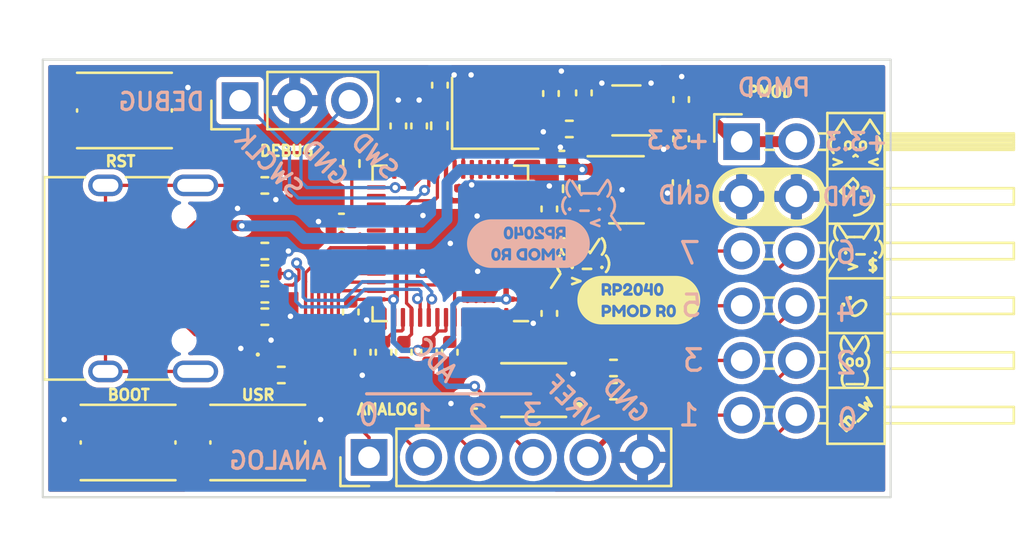
<source format=kicad_pcb>
(kicad_pcb (version 20211014) (generator pcbnew)

  (general
    (thickness 1.6)
  )

  (paper "A4")
  (layers
    (0 "F.Cu" signal)
    (31 "B.Cu" signal)
    (32 "B.Adhes" user "B.Adhesive")
    (33 "F.Adhes" user "F.Adhesive")
    (34 "B.Paste" user)
    (35 "F.Paste" user)
    (36 "B.SilkS" user "B.Silkscreen")
    (37 "F.SilkS" user "F.Silkscreen")
    (38 "B.Mask" user)
    (39 "F.Mask" user)
    (40 "Dwgs.User" user "User.Drawings")
    (41 "Cmts.User" user "User.Comments")
    (42 "Eco1.User" user "User.Eco1")
    (43 "Eco2.User" user "User.Eco2")
    (44 "Edge.Cuts" user)
    (45 "Margin" user)
    (46 "B.CrtYd" user "B.Courtyard")
    (47 "F.CrtYd" user "F.Courtyard")
    (48 "B.Fab" user)
    (49 "F.Fab" user)
    (50 "User.1" user)
    (51 "User.2" user)
    (52 "User.3" user)
    (53 "User.4" user)
    (54 "User.5" user)
    (55 "User.6" user)
    (56 "User.7" user)
    (57 "User.8" user)
    (58 "User.9" user)
  )

  (setup
    (stackup
      (layer "F.SilkS" (type "Top Silk Screen"))
      (layer "F.Paste" (type "Top Solder Paste"))
      (layer "F.Mask" (type "Top Solder Mask") (thickness 0.01))
      (layer "F.Cu" (type "copper") (thickness 0.035))
      (layer "dielectric 1" (type "core") (thickness 1.51) (material "FR4") (epsilon_r 4.5) (loss_tangent 0.02))
      (layer "B.Cu" (type "copper") (thickness 0.035))
      (layer "B.Mask" (type "Bottom Solder Mask") (thickness 0.01))
      (layer "B.Paste" (type "Bottom Solder Paste"))
      (layer "B.SilkS" (type "Bottom Silk Screen"))
      (copper_finish "None")
      (dielectric_constraints no)
    )
    (pad_to_mask_clearance 0)
    (pcbplotparams
      (layerselection 0x00010fc_ffffffff)
      (disableapertmacros false)
      (usegerberextensions false)
      (usegerberattributes true)
      (usegerberadvancedattributes true)
      (creategerberjobfile true)
      (svguseinch false)
      (svgprecision 6)
      (excludeedgelayer true)
      (plotframeref false)
      (viasonmask false)
      (mode 1)
      (useauxorigin false)
      (hpglpennumber 1)
      (hpglpenspeed 20)
      (hpglpendiameter 15.000000)
      (dxfpolygonmode true)
      (dxfimperialunits true)
      (dxfusepcbnewfont true)
      (psnegative false)
      (psa4output false)
      (plotreference true)
      (plotvalue true)
      (plotinvisibletext false)
      (sketchpadsonfab false)
      (subtractmaskfromsilk false)
      (outputformat 1)
      (mirror false)
      (drillshape 1)
      (scaleselection 1)
      (outputdirectory "")
    )
  )

  (net 0 "")
  (net 1 "GND")
  (net 2 "VBUS")
  (net 3 "Net-(J1-PadA5)")
  (net 4 "Net-(J1-PadA6)")
  (net 5 "Net-(J1-PadA7)")
  (net 6 "unconnected-(J1-PadA8)")
  (net 7 "Net-(J1-PadB5)")
  (net 8 "unconnected-(J1-PadB8)")
  (net 9 "Net-(J1-PadS1)")
  (net 10 "+3.3VP")
  (net 11 "/GPIO0")
  (net 12 "/GPIO1")
  (net 13 "/GPIO2")
  (net 14 "/GPIO3")
  (net 15 "/GPIO4")
  (net 16 "/GPIO5")
  (net 17 "/GPIO6")
  (net 18 "/GPIO7")
  (net 19 "/QSPI_SS")
  (net 20 "/QSPI_SD1")
  (net 21 "/QSPI_SD2")
  (net 22 "/QSPI_SD0")
  (net 23 "/QSPI_SCLK")
  (net 24 "/QSPI_SD3")
  (net 25 "+3.3V")
  (net 26 "Net-(R6-Pad2)")
  (net 27 "unconnected-(U2-Pad4)")
  (net 28 "+3.3VA")
  (net 29 "unconnected-(U3-Pad8)")
  (net 30 "unconnected-(U4-Pad11)")
  (net 31 "unconnected-(U4-Pad12)")
  (net 32 "unconnected-(U4-Pad13)")
  (net 33 "unconnected-(U4-Pad14)")
  (net 34 "unconnected-(U4-Pad16)")
  (net 35 "unconnected-(U4-Pad17)")
  (net 36 "unconnected-(U4-Pad18)")
  (net 37 "Net-(C5-Pad2)")
  (net 38 "Net-(R10-Pad2)")
  (net 39 "+1V1")
  (net 40 "Net-(R9-Pad2)")
  (net 41 "unconnected-(U4-Pad27)")
  (net 42 "unconnected-(U4-Pad28)")
  (net 43 "unconnected-(U4-Pad29)")
  (net 44 "unconnected-(U4-Pad30)")
  (net 45 "unconnected-(U4-Pad31)")
  (net 46 "unconnected-(U4-Pad32)")
  (net 47 "unconnected-(U4-Pad34)")
  (net 48 "unconnected-(U4-Pad35)")
  (net 49 "Net-(SW2-Pad1)")
  (net 50 "Net-(R11-Pad2)")
  (net 51 "/USB_D_N")
  (net 52 "/USB_D_P")
  (net 53 "Net-(C6-Pad2)")
  (net 54 "Net-(D1-Pad2)")
  (net 55 "Net-(R2-Pad1)")
  (net 56 "/SWCLK")
  (net 57 "/SWD")
  (net 58 "/ADC0")
  (net 59 "/ADC1")
  (net 60 "/ADC2")
  (net 61 "/ADC3")
  (net 62 "Net-(U4-Pad15)")

  (footprint "Capacitor_SMD:C_0402_1005Metric" (layer "F.Cu") (at 156.6418 84.963 90))

  (footprint "Resistor_SMD:R_0402_1005Metric" (layer "F.Cu") (at 138.075 95.925))

  (footprint "Capacitor_SMD:C_0402_1005Metric" (layer "F.Cu") (at 143.764 94.869 90))

  (footprint "Capacitor_SMD:C_0402_1005Metric" (layer "F.Cu") (at 150.5204 93.0656 90))

  (footprint "Capacitor_SMD:C_0402_1005Metric" (layer "F.Cu") (at 156.6164 86.995 90))

  (footprint "Connector_USB:USB_C_Receptacle_HRO_TYPE-C-31-M-12" (layer "F.Cu") (at 130.9612 91.44 -90))

  (footprint "Capacitor_SMD:C_0402_1005Metric" (layer "F.Cu") (at 147.0446 97.1246 180))

  (footprint "Capacitor_SMD:C_0402_1005Metric" (layer "F.Cu") (at 144.9324 94.8716 90))

  (footprint "Resistor_SMD:R_0402_1005Metric" (layer "F.Cu") (at 151.45 84.5))

  (footprint "Resistor_SMD:R_0402_1005Metric" (layer "F.Cu") (at 141.3256 86.106 90))

  (footprint "Connector_PinHeader_2.54mm:PinHeader_2x06_P2.54mm_Horizontal" (layer "F.Cu") (at 159.45 85.09))

  (footprint "Capacitor_SMD:C_0402_1005Metric" (layer "F.Cu") (at 145.8976 94.869 90))

  (footprint "Resistor_SMD:R_0402_1005Metric" (layer "F.Cu") (at 153.5 95.6))

  (footprint "Button_Switch_SMD:SW_Push_1P1T_NO_Vertical_Wuerth_434133025816" (layer "F.Cu") (at 130.792 83.6422))

  (footprint "Connector_PinHeader_2.54mm:PinHeader_1x06_P2.54mm_Vertical" (layer "F.Cu") (at 142.15 99.75 90))

  (footprint "Capacitor_SMD:C_0402_1005Metric" (layer "F.Cu") (at 142.8242 94.869 90))

  (footprint "Capacitor_SMD:C_0402_1005Metric" (layer "F.Cu") (at 141.3 93 90))

  (footprint "Capacitor_SMD:C_0402_1005Metric" (layer "F.Cu") (at 150.5966 82.8548 -90))

  (footprint "LED_SMD:LED_0402_1005Metric" (layer "F.Cu") (at 138.075 94.975))

  (footprint "Capacitor_SMD:C_0402_1005Metric" (layer "F.Cu") (at 144.4752 84.3604 -90))

  (footprint "Resistor_SMD:R_0402_1005Metric" (layer "F.Cu") (at 145.415 84.3534 -90))

  (footprint "Resistor_SMD:R_0402_1005Metric" (layer "F.Cu") (at 137.3112 87.122))

  (footprint "Capacitor_SMD:C_0402_1005Metric" (layer "F.Cu") (at 151.1046 85.8774))

  (footprint "Resistor_SMD:R_0402_1005Metric" (layer "F.Cu") (at 137.3112 90.17))

  (footprint "Resistor_SMD:R_0402_1005Metric" (layer "F.Cu") (at 153.5 96.675 180))

  (footprint "Resistor_SMD:R_0402_1005Metric" (layer "F.Cu") (at 151.5364 87.2744 -90))

  (footprint "Capacitor_SMD:C_0402_1005Metric" (layer "F.Cu") (at 140.8684 88.7984))

  (footprint "Connector_PinHeader_2.54mm:PinHeader_1x03_P2.54mm_Vertical" (layer "F.Cu") (at 136.159 83.185 90))

  (footprint "Package_TO_SOT_SMD:SOT-23-5" (layer "F.Cu") (at 154.1018 87.3252))

  (footprint "rp2040-pmod:USON-8_2x3" (layer "F.Cu") (at 149.795 96.625 180))

  (footprint "Capacitor_SMD:C_0402_1005Metric" (layer "F.Cu") (at 156.6418 83.1342 -90))

  (footprint "Resistor_SMD:R_0402_1005Metric" (layer "F.Cu") (at 137.3124 91.2114))

  (footprint "Package_DFN_QFN:QFN-56-1EP_7x7mm_P0.4mm_EP3.2x3.2mm" (layer "F.Cu") (at 145.923 89.8144 180))

  (footprint "Resistor_SMD:R_0402_1005Metric" (layer "F.Cu") (at 137.3124 92.1766))

  (footprint "Capacitor_SMD:C_0402_1005Metric" (layer "F.Cu") (at 141.859 94.869 90))

  (footprint "Capacitor_SMD:C_0402_1005Metric" (layer "F.Cu") (at 152.125 82.825 -90))

  (footprint "Capacitor_SMD:C_0402_1005Metric" (layer "F.Cu") (at 145.4404 82.469 -90))

  (footprint "rp2040-pmod:SOT-5x3" (layer "F.Cu") (at 154.1 83.64 180))

  (footprint "Crystal:Crystal_SMD_Abracon_ABM8G-4Pin_3.2x2.5mm" (layer "F.Cu") (at 148.0058 83.7692))

  (footprint "Capacitor_SMD:C_0402_1005Metric" (layer "F.Cu") (at 143.51 84.3604 -90))

  (footprint "Resistor_SMD:R_0402_1005Metric" (layer "F.Cu") (at 137.3112 93.218))

  (footprint "Button_Switch_SMD:SW_Push_1P1T_NO_Vertical_Wuerth_434133025816" (layer "F.Cu") (at 136.9822 99.06 180))

  (footprint "Button_Switch_SMD:SW_Push_1P1T_NO_Vertical_Wuerth_434133025816" (layer "F.Cu") (at 130.9612 99.06))

  (footprint "Capacitor_SMD:C_0402_1005Metric" (layer "F.Cu") (at 150.5204 88.2142 -90))

  (footprint "kibuzzard-6385637E" (layer "F.Cu")
    (tedit 6385637E) (tstamp fed962e6-4c11-41ad-933f-6a0484a22c92)
    (at 154.675 92.45)
    (descr "Converted using: scripting")
    (tags "svg2mod")
    (attr board_only exclude_from_pos_files exclude_from_bom)
    (fp_text reference "kibuzzard-6385637E" (at 0 -1.12808) (layer "F.SilkS") hide
      (effects (font (size 0.000254 0.000254) (thickness 0.000003)))
      (tstamp 23285c5a-7b12-49c4-b32b-ecfe8278cf8e)
    )
    (fp_text value "G***" (at 0 1.12808) (layer "F.SilkS") hide
      (effects (font (size 0.000254 0.000254) (thickness 0.000003)))
      (tstamp 23416e5d-9e80-4232-bc36-57f7ae89601a)
    )
    (fp_poly (pts
        (xy 0.270579 0.351092)
        (xy 0.195505 0.351092)
        (xy 0.195505 0.646695)
        (xy 0.271361 0.646695)
        (xy 0.324929 0.636236)
        (xy 0.373023 0.604857)
        (xy 0.407041 0.557643)
        (xy 0.418381 0.499675)
        (xy 0.407335 0.441513)
        (xy 0.374196 0.393712)
        (xy 0.3262 0.361747)
        (xy 0.270579 0.351092)
      ) (layer "F.SilkS") (width 0) (fill solid) (tstamp 20ec6350-74a5-4d42-b316-fcebf33d4f1f))
    (fp_poly (pts
        (xy 1.504606 0.657643)
        (xy 1.539846 0.648064)
        (xy 1.565017 0.619324)
        (xy 1.58012 0.571426)
        (xy 1.585154 0.504368)
        (xy 1.585154 0.499675)
        (xy 1.580169 0.430907)
        (xy 1.565212 0.381786)
        (xy 1.540286 0.352314)
        (xy 1.505388 0.342489)
        (xy 1.47049 0.352338)
        (xy 1.445563 0.381884)
        (xy 1.430607 0.431126)
        (xy 1.425622 0.500066)
        (xy 1.430558 0.569006)
        (xy 1.445368 0.618249)
        (xy 1.47005 0.647795)
        (xy 1.504606 0.657643)
      ) (layer "F.SilkS") (width 0) (fill solid) (tstamp 5066ec9a-19df-47c4-8835-fbd519c75492))
    (fp_poly (pts
        (xy -1.487401 0.351092)
        (xy -1.585154 0.351092)
        (xy -1.585154 0.489509)
        (xy -1.486619 0.489509)
        (xy -1.44048 0.472305)
        (xy -1.417802 0.420691)
        (xy -1.44048 0.368687)
        (xy -1.487401 0.351092)
      ) (layer "F.SilkS") (width 0) (fill solid) (tstamp 62832516-11f1-4f5c-b685-8f41c44bdcd7))
    (fp_poly (pts
        (xy -0.422291 0.500457)
        (xy -0.411049 0.563508)
        (xy -0.377324 0.613459)
        (xy -0.329719 0.646011)
        (xy -0.276835 0.656861)
        (xy -0.224049 0.646304)
        (xy -0.176736 0.614632)
        (xy -0.151972 0.583265)
        (xy -0.137114 0.545467)
        (xy -0.132161 0.501239)
        (xy -0.137158 0.456925)
        (xy -0.152146 0.418867)
        (xy -0.177127 0.387065)
        (xy -0.224733 0.354806)
        (xy -0.277617 0.344053)
        (xy -0.330403 0.354904)
        (xy -0.377715 0.387456)
        (xy -0.411147 0.437407)
        (xy -0.422291 0.500457)
      ) (layer "F.SilkS") (width 0) (fill solid) (tstamp 68c6af70-3963-40f7-a571-68a1083177e1))
    (fp_poly (pts
        (xy 0.924054 -0.336468)
        (xy 0.959822 -0.346191)
        (xy 0.985371 -0.375362)
        (xy 1.000701 -0.423979)
        (xy 1.00581 -0.492043)
        (xy 1.00581 -0.496805)
        (xy 1.00075 -0.566606)
        (xy 0.98557 -0.616463)
        (xy 0.960269 -0.646378)
        (xy 0.924848 -0.656349)
        (xy 0.889427 -0.646353)
        (xy 0.864126 -0.616364)
        (xy 0.848945 -0.566383)
        (xy 0.843885 -0.496409)
        (xy 0.848896 -0.426434)
        (xy 0.863928 -0.376453)
        (xy 0.88898 -0.346464)
        (xy 0.924054 -0.336468)
      ) (layer "F.SilkS") (width 0) (fill solid) (tstamp 7bcd2b39-3ed2-4d2c-8455-de5fcab07493))
    (fp_poly (pts
        (xy 0.943898 0.489509)
        (xy 1.043996 0.489509)
        (xy 1.089353 0.472305)
        (xy 1.112032 0.420691)
        (xy 1.089353 0.368687)
        (xy 1.042432 0.351092)
        (xy 0.943898 0.351092)
        (xy 0.943898 0.489509)
      ) (layer "F.SilkS") (width 0) (fill solid) (tstamp c81031fb-1f04-4fac-8d59-ac8a1a81a15c))
    (fp_poly (pts
        (xy -0.028446 -0.336468)
        (xy 0.007322 -0.346191)
        (xy 0.032871 -0.375362)
        (xy 0.048201 -0.423979)
        (xy 0.05331 -0.492043)
        (xy 0.05331 -0.496805)
        (xy 0.04825 -0.566606)
        (xy 0.03307 -0.616463)
        (xy 0.007769 -0.646378)
        (xy -0.027652 -0.656349)
        (xy -0.063073 -0.646353)
        (xy -0.088374 -0.616364)
        (xy -0.103555 -0.566383)
        (xy -0.108615 -0.496409)
        (xy -0.103604 -0.426434)
        (xy -0.088572 -0.376453)
        (xy -0.06352 -0.346464)
        (xy -0.028446 -0.336468)
      ) (layer "F.SilkS") (width 0) (fill solid) (tstamp d08ce24e-7717-4be5-87bb-ae091c6d4b8b))
    (fp_poly (pts
        (xy -1.582608 -0.507124)
        (xy -1.481008 -0.507124)
        (xy -1.434971 -0.524587)
        (xy -1.411952 -0.576974)
        (xy -1.434971 -0.629759)
        (xy -1.482596 -0.647618)
        (xy -1.582608 -0.647618)
        (xy -1.582608 -0.507124)
      ) (layer "F.SilkS") (width 0) (fill solid) (tstamp dab29796-d6b3-4d2d-805f-0b5d2109d9de))
    (fp_poly (pts
        (xy -1.723571 -1.127572)
        (xy -1.652458 -0.788112)
        (xy -1.481008 -0.788112)
        (xy -1.434883 -0.782467)
        (xy -1.389639 -0.765534)
        (xy -1.345277 -0.737312)
        (xy -1.316305 -0.70834)
        (xy -1.29289 -0.670637)
        (xy -1.277412 -0.626187)
        (xy -1.222246 -0.27773)
        (xy -1.222246 -0.718262)
        (xy -1.221055 -0.745646)
        (xy -1.213515 -0.76668)
        (xy -1.19248 -0.782754)
        (xy -1.151602 -0.788112)
        (xy -0.98174 -0.788112)
        (xy -0.935614 -0.782467)
        (xy -0.89037 -0.765534)
        (xy -0.846008 -0.737312)
        (xy -0.816441 -0.70834)
        (xy -0.792827 -0.670637)
        (xy -0.777349 -0.626187)
        (xy -0.77219 -0.576974)
        (xy -0.777349 -0.527861)
        (xy -0.792827 -0.483709)
        (xy -0.816441 -0.446303)
        (xy -0.846008 -0.41743)
        (xy -0.890458 -0.389208)
        (xy -0.935967 -0.372275)
        (xy -0.982533 -0.36663)
        (xy -1.081752 -0.36663)
        (xy -0.702737 -0.355121)
        (xy -0.669895 -0.388657)
        (xy -0.630902 -0.417034)
        (xy -0.588833 -0.442632)
        (xy -0.546765 -0.467834)
        (xy -0.507772 -0.494523)
        (xy -0.47493 -0.524587)
        (xy -0.452606 -0.557329)
        (xy -0.445165 -0.592055)
        (xy -0.450721 -0.612296)
        (xy -0.463024 -0.633727)
        (xy -0.484058 -0.649205)
        (xy -0.523746 -0.656349)
        (xy -0.567799 -0.637696)
        (xy -0.588833 -0.600787)
        (xy -0.592008 -0.58253)
        (xy -0.592008 -0.577768)
        (xy -0.593199 -0.551574)
        (xy -0.60074 -0.53173)
        (xy -0.622171 -0.517443)
        (xy -0.662652 -0.51268)
        (xy -0.706904 -0.520221)
        (xy -0.728533 -0.542843)
        (xy -0.732502 -0.583324)
        (xy -0.725932 -0.636461)
        (xy -0.70622 -0.685806)
        (xy -0.673368 -0.731359)
        (xy -0.629888 -0.767739)
        (xy -0.578294 -0.789567)
        (xy -0.518587 -0.796843)
        (xy -0.458835 -0.789479)
        (xy -0.407109 -0.767386)
        (xy -0.363408 -0.730565)
        (xy -0.330336 -0.684307)
        (xy -0.230455 -0.632537)
        (xy -0.210711 -0.682841)
        (xy -0.188783 -0.72104)
        (xy -0.161101 -0.750607)
        (xy -0.124093 -0.775015)
        (xy -0.079147 -0.791386)
        (xy -0.027652 -0.796843)
        (xy 0.023644 -0.791485)
        (xy 0.067995 -0.775412)
        (xy 0.104507 -0.751401)
        (xy 0.132288 -0.72223)
        (xy 0.153422 -0.687702)
        (xy 0.169992 -0.647618)
        (xy 0.183221 -0.599023)
        (xy 0.227935 -0.470612)
        (xy 0.293817 -0.736518)
        (xy 0.302151 -0.764299)
        (xy 0.316438 -0.782555)
        (xy 0.343823 -0.791287)
        (xy 0.380335 -0.78573)
        (xy 0.422007 -0.76549)
        (xy 0.435898 -0.73493)
        (xy 0.430342 -0.701593)
        (xy 0.429548 -0.699212)
        (xy 0.381129 -0.505537)
        (xy 0.51051 -0.505537)
        (xy 0.51051 -0.72223)
        (xy 0.511701 -0.749218)
        (xy 0.519242 -0.769062)
        (xy 0.54107 -0.78454)
        (xy 0.581551 -0.788905)
        (xy 0.621635 -0.783746)
        (xy 0.643067 -0.767077)
        (xy 0.650607 -0.746043)
        (xy 0.651798 -0.718262)
        (xy 0.651798 -0.276937)
        (xy 0.644257 -0.231296)
        (xy 0.621238 -0.211849)
        (xy 0.582742 -0.207087)
        (xy 0.546229 -0.211055)
        (xy 0.525592 -0.22058)
        (xy 0.515273 -0.236455)
        (xy 0.51051 -0.27773)
        (xy 0.51051 -0.374568)
        (xy 0.295404 -0.374568)
        (xy 0.251153 -0.382109)
        (xy 0.229523 -0.40473)
        (xy 0.225554 -0.438862)
        (xy 0.227935 -0.470612)
        (xy 0.183221 -0.599023)
        (xy 0.191158 -0.548487)
        (xy 0.193804 -0.496012)
        (xy 0.189935 -0.427898)
        (xy 0.178326 -0.367226)
        (xy 0.158978 -0.313995)
        (xy 0.131892 -0.268205)
        (xy 0.104408 -0.239234)
        (xy 0.067995 -0.215818)
        (xy 0.023842 -0.20034)
        (xy -0.026858 -0.19518)
        (xy -0.077758 -0.200439)
        (xy -0.122505 -0.216215)
        (xy -0.159613 -0.23973)
        (xy -0.187593 -0.268205)
        (xy -0.208925 -0.302138)
        (xy -0.22609 -0.342024)
        (xy -0.238878 -0.389561)
        (xy -0.246551 -0.441155)
        (xy -0.249108 -0.496805)
        (xy -0.247036 -0.547164)
        (xy -0.240818 -0.592408)
        (xy -0.230455 -0.632537)
        (xy -0.330336 -0.684307)
        (xy -0.310492 -0.633904)
        (xy -0.303877 -0.579355)
        (xy -0.308838 -0.535302)
        (xy -0.323721 -0.49363)
        (xy -0.345549 -0.457118)
        (xy -0.371346 -0.428543)
        (xy -0.426908 -0.384688)
        (xy -0.476121 -0.357899)
        (xy -0.495965 -0.349962)
        (xy -0.495965 -0.345993)
        (xy -0.350708 -0.345993)
        (xy -0.304274 -0.338452)
        (xy -0.285621 -0.315434)
        (xy -0.280858 -0.274952)
        (xy -0.286018 -0.234868)
        (xy -0.303083 -0.21423)
        (xy -0.352296 -0.204705)
        (xy -0.662652 -0.204705)
        (xy -0.711865 -0.226137)
        (xy -0.732502 -0.276143)
        (xy -0.725061 -0.317319)
        (xy -0.702737 -0.355121)
        (xy -1.081752 -0.36663)
        (xy -1.081752 -0.276937)
        (xy -1.082943 -0.249552)
        (xy -1.090483 -0.228518)
        (xy -0.279963 0.205636)
        (xy -0.224 0.210866)
        (xy -0.171849 0.226555)
        (xy 0.126687 0.211892)
        (xy 0.271361 0.212674)
        (xy 0.326347 0.217782)
        (xy 0.377911 0.233104)
        (xy 0.426054 0.258642)
        (xy 0.470776 0.294395)
        (xy 0.508411 0.337602)
        (xy 0.535293 0.385501)
        (xy 0.551422 0.438091)
        (xy 0.556798 0.495374)
        (xy 0.80548 0.715513)
        (xy 0.80548 0.281492)
        (xy 0.806653 0.254512)
        (xy 0.814083 0.233789)
        (xy 0.834806 0.217953)
        (xy 0.87508 0.212674)
        (xy 1.043996 0.212674)
        (xy 1.08944 0.218235)
        (xy 1.134015 0.234918)
        (xy 1.177722 0.262723)
        (xy 1.206265 0.291267)
        (xy 1.229335 0.328413)
        (xy 1.244584 0.372206)
        (xy 1.249668 0.420691)
        (xy 1.243151 0.476128)
        (xy 1.2236 0.524613)
        (xy 1.191016 0.566147)
        (xy 1.204571 0.59821)
        (xy 1.222297 0.639136)
        (xy 1.244193 0.688924)
        (xy 1.255924 0.729589)
        (xy 1.243802 0.75696)
        (xy 1.207438 0.779638)
        (xy 1.167164 0.790587)
        (xy 1.14214 0.783158)
        (xy 1.127672 0.767908)
        (xy 1.117419 0.745577)
        (xy 1.097087 0.698395)
        (xy 1.066675 0.626363)
        (xy 1.042432 0.627927)
        (xy 0.943898 0.627927)
        (xy 0.943898 0.716295)
        (xy 0.942725 0.743275)
        (xy 0.935296 0.763998)
        (xy 0.914572 0.779834)
        (xy 0.874298 0.785113)
        (xy 0.830896 0.777879)
        (xy 0.810172 0.756178)
        (xy 0.80548 0.715513)
        (xy 0.556798 0.495374)
        (xy 0.551544 0.552877)
        (xy 0.535781 0.606128)
        (xy 0.50951 0.655126)
        (xy 0.472731 0.699872)
        (xy 0.428474 0.737165)
        (xy 0.379768 0.763803)
        (xy 0.326615 0.779785)
        (xy 0.269015 0.785113)
        (xy 0.125905 0.785113)
        (xy 0.087195 0.780225)
        (xy 0.066472 0.765562)
        (xy 0.057087 0.715513)
        (xy 0.057087 0.28071)
        (xy 0.058261 0.253339)
        (xy 0.06569 0.233007)
        (xy 0.086413 0.217171)
        (xy 0.126687 0.211892)
        (xy -0.171849 0.226555)
        (xy -0.12351 0.252704)
        (xy -0.078984 0.289312)
        (xy -0.041691 0.333667)
        (xy -0.015054 0.383057)
        (xy 0.000929 0.43748)
        (xy 0.006256 0.496938)
        (xy 0.001173 0.556616)
        (xy -0.014076 0.6117)
        (xy -0.039492 0.662189)
        (xy -0.075074 0.708084)
        (xy -0.118085 0.746232)
        (xy -0.165788 0.77348)
        (xy -0.218183 0.789829)
        (xy -0.275271 0.795279)
        (xy -0.332481 0.789902)
        (xy -0.385242 0.773773)
        (xy -0.433557 0.746891)
        (xy -0.477423 0.709257)
        (xy -0.51386 0.664193)
        (xy -0.539887 0.615023)
        (xy -0.555503 0.561748)
        (xy -0.560708 0.504368)
        (xy -0.554843 0.441513)
        (xy -0.537248 0.382763)
        (xy -0.509877 0.330661)
        (xy -0.474686 0.287748)
        (xy -0.432652 0.253535)
        (xy -0.384754 0.227533)
        (xy -0.33314 0.21111)
        (xy -0.279963 0.205636)
        (xy -1.090483 -0.228518)
        (xy -1.111518 -0.212444)
        (xy -1.152396 -0.207087)
        (xy -0.620142 0.234571)
        (xy -0.612712 0.255685)
        (xy -0.611539 0.283056)
        (xy -0.611539 0.717077)
        (xy -0.618969 0.759892)
        (xy -0.641256 0.78042)
        (xy -0.678793 0.785113)
        (xy -0.714766 0.781202)
        (xy -0.735098 0.771818)
        (xy -0.746047 0.756178)
        (xy -0.749957 0.715513)
        (xy -0.749957 0.453536)
        (xy -0.774004 0.484915)
        (xy -0.807044 0.530565)
        (xy -0.837739 0.573479)
        (xy -0.854748 0.596646)
        (xy -0.868824 0.615023)
        (xy -0.887983 0.6291)
        (xy -0.920828 0.638093)
        (xy -0.952891 0.629882)
        (xy -0.973614 0.61385)
        (xy -0.979871 0.605248)
        (xy -1.003136 0.574652)
        (xy -1.04165 0.521963)
        (xy -1.077232 0.472989)
        (xy -1.091699 0.453536)
        (xy -1.091699 0.717077)
        (xy -1.092873 0.744057)
        (xy -1.100302 0.763998)
        (xy -1.121416 0.779834)
        (xy -1.161299 0.785113)
        (xy -1.200009 0.779834)
        (xy -1.220733 0.763998)
        (xy -1.228162 0.743666)
        (xy -1.229335 0.715513)
        (xy -1.229335 0.281492)
        (xy -1.228162 0.254512)
        (xy -1.220733 0.233789)
        (xy -1.199618 0.218539)
        (xy -1.159735 0.213456)
        (xy -1.123371 0.218539)
        (xy -1.10343 0.229097)
        (xy -1.098738 0.233789)
        (xy -0.921219 0.466831)
        (xy -0.871577 0.401235)
        (xy -0.829003 0.345211)
        (xy -0.7935 0.298759)
        (xy -0.765065 0.261879)
        (xy -0.743701 0.234571)
        (xy -0.721315 0.218735)
        (xy -0.680748 0.213456)
        (xy -0.640767 0.218735)
        (xy -0.620142 0.234571)
        (xy -1.152396 -0.207087)
        (xy -1.196449 -0.214429)
        (xy -1.217483 -0.236455)
        (xy -1.222246 -0.27773)
        (xy -1.277412 -0.626187)
        (xy -1.272252 -0.576974)
        (xy -1.278867 -0.520706)
        (xy -1.298711 -0.471494)
        (xy -1.331783 -0.429337)
        (xy -1.318025 -0.396793)
        (xy -1.300033 -0.355253)
        (xy -1.277808 -0.304718)
        (xy -1.265902 -0.263443)
        (xy -1.278205 -0.235662)
        (xy -1.315115 -0.212643)
        (xy -1.355993 -0.20153)
        (xy -1.381393 -0.209071)
        (xy -1.396077 -0.224549)
        (xy -1.406484 -0.247215)
        (xy -1.427122 -0.295105)
        (xy -1.45799 -0.368218)
        (xy -1.482596 -0.36663)
        (xy -1.582608 -0.36663)
        (xy -1.441175 0.218235)
        (xy -1.3966 0.234918)
        (xy -1.352894 0.262723)
        (xy -1.323764 0.291267)
        (xy -1.300499 0.328413)
        (xy -1.285249 0.372206)
        (xy -1.280166 0.420691)
        (xy -1.285249 0.469079)
        (xy -1.300499 0.512579)
        (xy -1.323764 0.549431)
        (xy -1.352894 0.577877)
        (xy -1.396687 0.605683)
        (xy -1.441523 0.622366)
        (xy -1.487401 0.627927)
        (xy -1.585154 0.627927)
        (xy -1.585154 0.716295)
        (xy -1.586327 0.743275)
        (xy -1.593756 0.763998)
        (xy -1.61448 0.779834)
        (xy -1.654754 0.785113)
        (xy -1.698156 0.777879)
        (xy -1.718879 0.756178)
        (xy -1.723571 0.715513)
        (xy -1.723571 0.281492)
        (xy -1.722398 0.254512)
        (xy -1.714969 0.233789)
        (xy -1.694246 0.217953)
        (xy -1.653972 0.212674)
        (xy -1.486619 0.212674)
        (xy -1.441175 0.218235)
        (xy -1.582608 -0.36663)
        (xy -1.582608 -0.276937)
        (xy -1.583799 -0.249552)
        (xy -1.59134 -0.228518)
        (xy -1.612374 -0.212444)
        (xy -1.653252 -0.207087)
        (xy -1.697305 -0.214429)
        (xy -1.71834 -0.236455)
        (xy -1.723102 -0.27773)
        (xy -1.723102 -0.718262)
        (xy -1.721912 -0.745646)
        (xy -1.714371 -0.76668)
        (xy -1.693337 -0.782754)
        (xy -1.652458 -0.788112)
        (xy -1.723571 -1.127572)
        (xy -1.723638 -1.127572)
        (xy -1.778965 -1.126214)
        (xy -1.834159 -1.122142)
        (xy -1.889087 -1.115368)
        (xy -1.943616 -1.105906)
        (xy -1.997615 -1.
... [427460 chars truncated]
</source>
